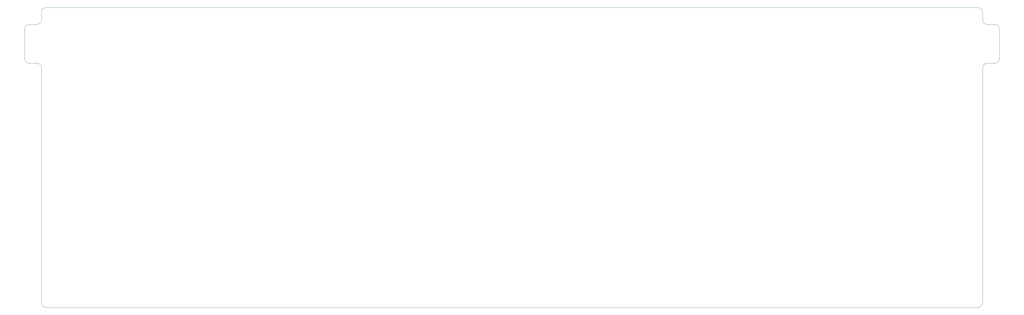
<source format=gbr>
G04 #@! TF.GenerationSoftware,KiCad,Pcbnew,(5.1.4)-1*
G04 #@! TF.CreationDate,2021-01-30T00:10:11-06:00*
G04 #@! TF.ProjectId,65MAIN,36354d41-494e-42e6-9b69-6361645f7063,rev?*
G04 #@! TF.SameCoordinates,Original*
G04 #@! TF.FileFunction,Profile,NP*
%FSLAX46Y46*%
G04 Gerber Fmt 4.6, Leading zero omitted, Abs format (unit mm)*
G04 Created by KiCad (PCBNEW (5.1.4)-1) date 2021-01-30 00:10:11*
%MOMM*%
%LPD*%
G04 APERTURE LIST*
%ADD10C,0.050000*%
G04 APERTURE END LIST*
D10*
X302418750Y-51593750D02*
X302418750Y-49212500D01*
X-9525000Y-65881250D02*
X-7143750Y-65881250D01*
X-9525000Y-53181250D02*
X-7143750Y-53181250D01*
X-5556250Y-49212500D02*
X-5556250Y-51593750D01*
X306387500Y-65881250D02*
X304006250Y-65881250D01*
X304006250Y-53181250D02*
X306387500Y-53181250D01*
X302418750Y-67468750D02*
G75*
G02X304006250Y-65881250I1587500J0D01*
G01*
X307975000Y-64293750D02*
G75*
G02X306387500Y-65881250I-1587500J0D01*
G01*
X307975000Y-54768750D02*
X307975000Y-64293750D01*
X306387500Y-53181250D02*
G75*
G02X307975000Y-54768750I0J-1587500D01*
G01*
X304006250Y-53181250D02*
G75*
G02X302418750Y-51593750I0J1587500D01*
G01*
X-7143750Y-65881250D02*
G75*
G02X-5556250Y-67468750I0J-1587500D01*
G01*
X-9525000Y-65881250D02*
G75*
G02X-11112500Y-64293750I0J1587500D01*
G01*
X-11112500Y-54768750D02*
G75*
G02X-9525000Y-53181250I1587500J0D01*
G01*
X-5556250Y-51593750D02*
G75*
G02X-7143750Y-53181250I-1587500J0D01*
G01*
X-5556250Y-49212500D02*
G75*
G02X-3968750Y-47625000I1587500J0D01*
G01*
X-11112500Y-64293750D02*
X-11112500Y-54768750D01*
X302418750Y-144462500D02*
X302418750Y-67468750D01*
X302418750Y-144462500D02*
G75*
G02X300831250Y-146050000I-1587500J0D01*
G01*
X300831250Y-47625000D02*
G75*
G02X302418750Y-49212500I0J-1587500D01*
G01*
X-3968750Y-47625000D02*
X300831250Y-47625000D01*
X-5556250Y-67468750D02*
X-5556250Y-144462500D01*
X-3968750Y-146050000D02*
G75*
G02X-5556250Y-144462500I0J1587500D01*
G01*
X-3968750Y-146050000D02*
X300831250Y-146050000D01*
M02*

</source>
